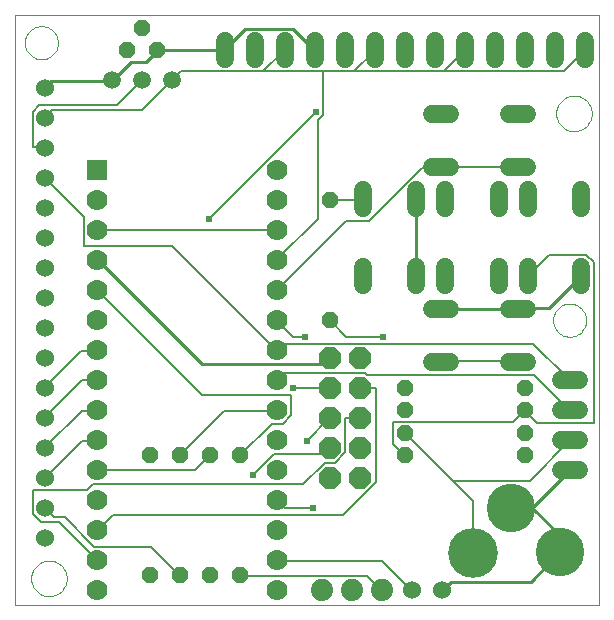
<source format=gbl>
G75*
%MOIN*%
%OFA0B0*%
%FSLAX24Y24*%
%IPPOS*%
%LPD*%
%AMOC8*
5,1,8,0,0,1.08239X$1,22.5*
%
%ADD10C,0.0000*%
%ADD11OC8,0.0520*%
%ADD12C,0.0600*%
%ADD13C,0.0594*%
%ADD14C,0.0594*%
%ADD15C,0.0600*%
%ADD16OC8,0.0740*%
%ADD17C,0.1660*%
%ADD18C,0.1620*%
%ADD19R,0.0700X0.0700*%
%ADD20C,0.0700*%
%ADD21C,0.0740*%
%ADD22C,0.0100*%
%ADD23C,0.0080*%
%ADD24C,0.0240*%
D10*
X000550Y002400D02*
X000550Y022085D01*
X020042Y022085D01*
X020042Y002400D01*
X000550Y002400D01*
X001103Y003294D02*
X001105Y003342D01*
X001111Y003390D01*
X001121Y003437D01*
X001134Y003483D01*
X001152Y003528D01*
X001172Y003572D01*
X001197Y003614D01*
X001225Y003653D01*
X001255Y003690D01*
X001289Y003724D01*
X001326Y003756D01*
X001364Y003785D01*
X001405Y003810D01*
X001448Y003832D01*
X001493Y003850D01*
X001539Y003864D01*
X001586Y003875D01*
X001634Y003882D01*
X001682Y003885D01*
X001730Y003884D01*
X001778Y003879D01*
X001826Y003870D01*
X001872Y003858D01*
X001917Y003841D01*
X001961Y003821D01*
X002003Y003798D01*
X002043Y003771D01*
X002081Y003741D01*
X002116Y003708D01*
X002148Y003672D01*
X002178Y003634D01*
X002204Y003593D01*
X002226Y003550D01*
X002246Y003506D01*
X002261Y003461D01*
X002273Y003414D01*
X002281Y003366D01*
X002285Y003318D01*
X002285Y003270D01*
X002281Y003222D01*
X002273Y003174D01*
X002261Y003127D01*
X002246Y003082D01*
X002226Y003038D01*
X002204Y002995D01*
X002178Y002954D01*
X002148Y002916D01*
X002116Y002880D01*
X002081Y002847D01*
X002043Y002817D01*
X002003Y002790D01*
X001961Y002767D01*
X001917Y002747D01*
X001872Y002730D01*
X001826Y002718D01*
X001778Y002709D01*
X001730Y002704D01*
X001682Y002703D01*
X001634Y002706D01*
X001586Y002713D01*
X001539Y002724D01*
X001493Y002738D01*
X001448Y002756D01*
X001405Y002778D01*
X001364Y002803D01*
X001326Y002832D01*
X001289Y002864D01*
X001255Y002898D01*
X001225Y002935D01*
X001197Y002974D01*
X001172Y003016D01*
X001152Y003060D01*
X001134Y003105D01*
X001121Y003151D01*
X001111Y003198D01*
X001105Y003246D01*
X001103Y003294D01*
X000893Y021150D02*
X000895Y021197D01*
X000901Y021243D01*
X000911Y021289D01*
X000924Y021334D01*
X000942Y021377D01*
X000963Y021419D01*
X000987Y021459D01*
X001015Y021496D01*
X001046Y021531D01*
X001080Y021564D01*
X001116Y021593D01*
X001155Y021619D01*
X001196Y021642D01*
X001239Y021661D01*
X001283Y021677D01*
X001328Y021689D01*
X001374Y021697D01*
X001421Y021701D01*
X001467Y021701D01*
X001514Y021697D01*
X001560Y021689D01*
X001605Y021677D01*
X001649Y021661D01*
X001692Y021642D01*
X001733Y021619D01*
X001772Y021593D01*
X001808Y021564D01*
X001842Y021531D01*
X001873Y021496D01*
X001901Y021459D01*
X001925Y021419D01*
X001946Y021377D01*
X001964Y021334D01*
X001977Y021289D01*
X001987Y021243D01*
X001993Y021197D01*
X001995Y021150D01*
X001993Y021103D01*
X001987Y021057D01*
X001977Y021011D01*
X001964Y020966D01*
X001946Y020923D01*
X001925Y020881D01*
X001901Y020841D01*
X001873Y020804D01*
X001842Y020769D01*
X001808Y020736D01*
X001772Y020707D01*
X001733Y020681D01*
X001692Y020658D01*
X001649Y020639D01*
X001605Y020623D01*
X001560Y020611D01*
X001514Y020603D01*
X001467Y020599D01*
X001421Y020599D01*
X001374Y020603D01*
X001328Y020611D01*
X001283Y020623D01*
X001239Y020639D01*
X001196Y020658D01*
X001155Y020681D01*
X001116Y020707D01*
X001080Y020736D01*
X001046Y020769D01*
X001015Y020804D01*
X000987Y020841D01*
X000963Y020881D01*
X000942Y020923D01*
X000924Y020966D01*
X000911Y021011D01*
X000901Y021057D01*
X000895Y021103D01*
X000893Y021150D01*
X018603Y018794D02*
X018605Y018842D01*
X018611Y018890D01*
X018621Y018937D01*
X018634Y018983D01*
X018652Y019028D01*
X018672Y019072D01*
X018697Y019114D01*
X018725Y019153D01*
X018755Y019190D01*
X018789Y019224D01*
X018826Y019256D01*
X018864Y019285D01*
X018905Y019310D01*
X018948Y019332D01*
X018993Y019350D01*
X019039Y019364D01*
X019086Y019375D01*
X019134Y019382D01*
X019182Y019385D01*
X019230Y019384D01*
X019278Y019379D01*
X019326Y019370D01*
X019372Y019358D01*
X019417Y019341D01*
X019461Y019321D01*
X019503Y019298D01*
X019543Y019271D01*
X019581Y019241D01*
X019616Y019208D01*
X019648Y019172D01*
X019678Y019134D01*
X019704Y019093D01*
X019726Y019050D01*
X019746Y019006D01*
X019761Y018961D01*
X019773Y018914D01*
X019781Y018866D01*
X019785Y018818D01*
X019785Y018770D01*
X019781Y018722D01*
X019773Y018674D01*
X019761Y018627D01*
X019746Y018582D01*
X019726Y018538D01*
X019704Y018495D01*
X019678Y018454D01*
X019648Y018416D01*
X019616Y018380D01*
X019581Y018347D01*
X019543Y018317D01*
X019503Y018290D01*
X019461Y018267D01*
X019417Y018247D01*
X019372Y018230D01*
X019326Y018218D01*
X019278Y018209D01*
X019230Y018204D01*
X019182Y018203D01*
X019134Y018206D01*
X019086Y018213D01*
X019039Y018224D01*
X018993Y018238D01*
X018948Y018256D01*
X018905Y018278D01*
X018864Y018303D01*
X018826Y018332D01*
X018789Y018364D01*
X018755Y018398D01*
X018725Y018435D01*
X018697Y018474D01*
X018672Y018516D01*
X018652Y018560D01*
X018634Y018605D01*
X018621Y018651D01*
X018611Y018698D01*
X018605Y018746D01*
X018603Y018794D01*
X018499Y011900D02*
X018501Y011947D01*
X018507Y011993D01*
X018517Y012039D01*
X018530Y012084D01*
X018548Y012127D01*
X018569Y012169D01*
X018593Y012209D01*
X018621Y012246D01*
X018652Y012281D01*
X018686Y012314D01*
X018722Y012343D01*
X018761Y012369D01*
X018802Y012392D01*
X018845Y012411D01*
X018889Y012427D01*
X018934Y012439D01*
X018980Y012447D01*
X019027Y012451D01*
X019073Y012451D01*
X019120Y012447D01*
X019166Y012439D01*
X019211Y012427D01*
X019255Y012411D01*
X019298Y012392D01*
X019339Y012369D01*
X019378Y012343D01*
X019414Y012314D01*
X019448Y012281D01*
X019479Y012246D01*
X019507Y012209D01*
X019531Y012169D01*
X019552Y012127D01*
X019570Y012084D01*
X019583Y012039D01*
X019593Y011993D01*
X019599Y011947D01*
X019601Y011900D01*
X019599Y011853D01*
X019593Y011807D01*
X019583Y011761D01*
X019570Y011716D01*
X019552Y011673D01*
X019531Y011631D01*
X019507Y011591D01*
X019479Y011554D01*
X019448Y011519D01*
X019414Y011486D01*
X019378Y011457D01*
X019339Y011431D01*
X019298Y011408D01*
X019255Y011389D01*
X019211Y011373D01*
X019166Y011361D01*
X019120Y011353D01*
X019073Y011349D01*
X019027Y011349D01*
X018980Y011353D01*
X018934Y011361D01*
X018889Y011373D01*
X018845Y011389D01*
X018802Y011408D01*
X018761Y011431D01*
X018722Y011457D01*
X018686Y011486D01*
X018652Y011519D01*
X018621Y011554D01*
X018593Y011591D01*
X018569Y011631D01*
X018548Y011673D01*
X018530Y011716D01*
X018517Y011761D01*
X018507Y011807D01*
X018501Y011853D01*
X018499Y011900D01*
D11*
X017550Y009650D03*
X017550Y008900D03*
X017550Y008150D03*
X017550Y007400D03*
X013550Y007400D03*
X013550Y008150D03*
X013550Y008900D03*
X013550Y009650D03*
X011050Y011900D03*
X011050Y015900D03*
X005300Y020900D03*
X004800Y021650D03*
X004300Y020900D03*
X005050Y007400D03*
X006050Y007400D03*
X007050Y007400D03*
X008050Y007400D03*
X008050Y003400D03*
X007050Y003400D03*
X006050Y003400D03*
X005050Y003400D03*
D12*
X001550Y004650D03*
X001550Y005650D03*
X001550Y006650D03*
X001550Y007650D03*
X001550Y008650D03*
X001550Y009650D03*
X001550Y010650D03*
X001550Y011650D03*
X001550Y012650D03*
X001550Y013650D03*
X001550Y014650D03*
X001550Y015650D03*
X001550Y016650D03*
X001550Y017650D03*
X001550Y018650D03*
X001550Y019650D03*
X013800Y002900D03*
X014800Y002900D03*
D13*
X005800Y019900D03*
X004800Y019900D03*
X003800Y019900D03*
D14*
X007550Y020603D02*
X007550Y021197D01*
X008550Y021197D02*
X008550Y020603D01*
X009550Y020603D02*
X009550Y021197D01*
X010550Y021197D02*
X010550Y020603D01*
X011550Y020603D02*
X011550Y021197D01*
X012550Y021197D02*
X012550Y020603D01*
X013550Y020603D02*
X013550Y021197D01*
X014550Y021197D02*
X014550Y020603D01*
X015550Y020603D02*
X015550Y021197D01*
X016550Y021197D02*
X016550Y020603D01*
X017550Y020603D02*
X017550Y021197D01*
X018550Y021197D02*
X018550Y020603D01*
X019550Y020603D02*
X019550Y021197D01*
X019347Y009900D02*
X018753Y009900D01*
X018753Y008900D02*
X019347Y008900D01*
X019347Y007900D02*
X018753Y007900D01*
X018753Y006900D02*
X019347Y006900D01*
D15*
X017630Y010510D02*
X017030Y010510D01*
X017030Y012290D02*
X017630Y012290D01*
X017660Y013070D02*
X017660Y013670D01*
X016690Y013670D02*
X016690Y013070D01*
X015070Y012290D02*
X014470Y012290D01*
X014910Y013070D02*
X014910Y013670D01*
X013940Y013670D02*
X013940Y013070D01*
X012160Y013070D02*
X012160Y013670D01*
X012160Y015630D02*
X012160Y016230D01*
X013940Y016230D02*
X013940Y015630D01*
X014910Y015630D02*
X014910Y016230D01*
X015070Y017010D02*
X014470Y017010D01*
X014470Y018790D02*
X015070Y018790D01*
X017030Y018790D02*
X017630Y018790D01*
X017630Y017010D02*
X017030Y017010D01*
X016690Y016230D02*
X016690Y015630D01*
X017660Y015630D02*
X017660Y016230D01*
X019440Y016230D02*
X019440Y015630D01*
X019440Y013670D02*
X019440Y013070D01*
X015070Y010510D02*
X014470Y010510D01*
D16*
X012050Y010650D03*
X012050Y009650D03*
X012050Y008650D03*
X012050Y007650D03*
X012050Y006650D03*
X011050Y006650D03*
X011050Y007650D03*
X011050Y008650D03*
X011050Y009650D03*
X011050Y010650D03*
D17*
X015836Y004150D03*
D18*
X017087Y005631D03*
X018719Y004160D03*
D19*
X003300Y016900D03*
D20*
X003300Y015900D03*
X003300Y014900D03*
X003300Y013900D03*
X003300Y012900D03*
X003300Y011900D03*
X003300Y010900D03*
X003300Y009900D03*
X003300Y008900D03*
X003300Y007900D03*
X003300Y006900D03*
X003300Y005900D03*
X003300Y004900D03*
X003300Y003900D03*
X003300Y002900D03*
X009300Y002900D03*
X009300Y003900D03*
X009300Y004900D03*
X009300Y005900D03*
X009300Y006900D03*
X009300Y007900D03*
X009300Y008900D03*
X009300Y009900D03*
X009300Y010900D03*
X009300Y011900D03*
X009300Y012900D03*
X009300Y013900D03*
X009300Y014900D03*
X009300Y015900D03*
X009300Y016900D03*
D21*
X010800Y002900D03*
X011800Y002900D03*
X012800Y002900D03*
D22*
X014800Y002900D02*
X014818Y002904D01*
X015101Y003187D01*
X017747Y003187D01*
X018692Y004132D01*
X018719Y004160D01*
X018692Y004195D01*
X018692Y004762D01*
X017841Y005613D01*
X017087Y005631D01*
X017117Y005644D01*
X017810Y005644D01*
X019038Y006872D01*
X019050Y006900D01*
X018377Y012321D02*
X017369Y012321D01*
X017330Y012290D01*
X017306Y012290D01*
X014786Y012290D01*
X014770Y012290D01*
X013940Y013370D02*
X013936Y013392D01*
X013936Y015912D01*
X013940Y015930D01*
X018377Y012321D02*
X019416Y013361D01*
X019440Y013370D01*
X011050Y010650D02*
X011038Y010620D01*
X010849Y010431D01*
X006786Y010431D01*
X003322Y013896D01*
X003300Y013900D01*
X001550Y019650D02*
X001558Y019660D01*
X001778Y019880D01*
X003763Y019880D01*
X003800Y019900D01*
X003826Y019912D01*
X004424Y020510D01*
X004928Y020510D01*
X005274Y020857D01*
X005300Y020900D01*
X005306Y020920D01*
X007542Y020920D01*
X007550Y020900D01*
X007574Y020951D01*
X008235Y021613D01*
X009841Y021613D01*
X010534Y020920D01*
X010550Y020900D01*
D23*
X010818Y020195D02*
X010818Y018746D01*
X010692Y018620D01*
X010660Y018620D01*
X010660Y015282D01*
X009306Y013928D01*
X009300Y013900D01*
X009306Y012920D02*
X009300Y012900D01*
X009306Y012920D02*
X011605Y015219D01*
X012361Y015219D01*
X014125Y016983D01*
X014755Y016983D01*
X014770Y017010D01*
X014786Y017014D01*
X017306Y017014D01*
X017330Y017010D01*
X018377Y014085D02*
X019605Y014085D01*
X019857Y013833D01*
X019857Y008479D01*
X017967Y008479D01*
X017558Y008888D01*
X017550Y008900D01*
X017526Y008888D01*
X017148Y008510D01*
X013148Y008510D01*
X013148Y007786D01*
X013526Y007408D01*
X013550Y007400D01*
X013558Y008132D02*
X013550Y008150D01*
X013558Y008132D02*
X015148Y006542D01*
X015164Y006557D01*
X017715Y006557D01*
X019038Y007880D01*
X019050Y007900D01*
X019050Y008900D02*
X019038Y008920D01*
X017873Y010085D01*
X012298Y010085D01*
X012235Y010148D01*
X009526Y010148D01*
X009306Y009928D01*
X009300Y009900D01*
X009841Y009644D02*
X011038Y009644D01*
X011050Y009650D01*
X011050Y008650D02*
X011038Y008636D01*
X010282Y007880D01*
X010849Y007439D02*
X011038Y007628D01*
X011050Y007650D01*
X010849Y007439D02*
X009180Y007439D01*
X008487Y006746D01*
X008078Y007408D02*
X008050Y007400D01*
X008078Y007408D02*
X009117Y008447D01*
X009495Y008447D01*
X009778Y008731D01*
X009778Y009424D01*
X006786Y009424D01*
X003322Y012888D01*
X003300Y012900D01*
X002849Y014369D02*
X005810Y014369D01*
X009274Y010904D01*
X009300Y010900D01*
X009306Y010904D01*
X009526Y011124D01*
X017841Y011124D01*
X019038Y009928D01*
X019050Y009900D01*
X017330Y010510D02*
X017306Y010526D01*
X014786Y010526D01*
X014770Y010510D01*
X012833Y011345D02*
X011605Y011345D01*
X011050Y011900D01*
X010219Y011345D02*
X009841Y011345D01*
X009306Y011880D01*
X009300Y011900D01*
X012050Y009650D02*
X012078Y009644D01*
X012581Y009644D01*
X012581Y006494D01*
X011511Y005424D01*
X003826Y005424D01*
X003322Y004920D01*
X003300Y004900D01*
X003196Y004353D02*
X005085Y004353D01*
X006030Y003408D01*
X006050Y003400D01*
X008050Y003400D02*
X008078Y003376D01*
X012298Y003376D01*
X012770Y002904D01*
X012800Y002900D01*
X013778Y002904D02*
X012802Y003880D01*
X009306Y003880D01*
X009300Y003900D01*
X009558Y005644D02*
X010503Y005644D01*
X010156Y006431D02*
X010881Y007156D01*
X011227Y007156D01*
X011574Y007502D01*
X011574Y008636D01*
X012046Y008636D01*
X012050Y008650D01*
X010156Y006431D02*
X003164Y006431D01*
X002975Y006243D01*
X001148Y006243D01*
X001148Y005455D01*
X001432Y005172D01*
X002030Y005172D01*
X003290Y003912D01*
X003300Y003900D01*
X003196Y004353D02*
X002219Y005329D01*
X001873Y005329D01*
X001558Y005644D01*
X001550Y005650D01*
X001550Y006650D02*
X001558Y006652D01*
X002786Y007880D01*
X003290Y007880D01*
X003300Y007900D01*
X003290Y008888D02*
X002786Y008888D01*
X001558Y007660D01*
X001550Y007650D01*
X001550Y008650D02*
X001558Y008668D01*
X002786Y009896D01*
X003290Y009896D01*
X003300Y009900D01*
X003300Y008900D02*
X003290Y008888D01*
X001550Y009650D02*
X001558Y009676D01*
X002755Y010872D01*
X003290Y010872D01*
X003300Y010900D01*
X002849Y014369D02*
X002849Y015345D01*
X001558Y016636D01*
X001550Y016650D01*
X001550Y017650D02*
X001526Y017676D01*
X001148Y017676D01*
X001148Y018841D01*
X001369Y019061D01*
X003952Y019061D01*
X004770Y019880D01*
X004800Y019900D01*
X005778Y019880D02*
X004802Y018904D01*
X001810Y018904D01*
X001558Y018652D01*
X001550Y018650D01*
X003300Y014900D02*
X003322Y014904D01*
X009274Y014904D01*
X009300Y014900D01*
X011050Y015900D02*
X011070Y015912D01*
X012141Y015912D01*
X012160Y015930D01*
X010597Y018841D02*
X007038Y015282D01*
X005778Y019880D02*
X005800Y019900D01*
X005810Y019912D01*
X006093Y020195D01*
X008833Y020195D01*
X010818Y020195D01*
X011857Y020195D01*
X011873Y020211D01*
X011889Y020195D01*
X014849Y020195D01*
X014865Y020211D01*
X014881Y020195D01*
X018849Y020195D01*
X019542Y020888D01*
X019550Y020900D01*
X015550Y020900D02*
X015542Y020888D01*
X014865Y020211D01*
X012550Y020888D02*
X012550Y020900D01*
X012550Y020888D02*
X011873Y020211D01*
X009550Y020900D02*
X009526Y020888D01*
X008833Y020195D01*
X017660Y013370D02*
X017684Y013392D01*
X018377Y014085D01*
X015148Y006542D02*
X015826Y005865D01*
X015826Y004164D01*
X015836Y004150D01*
X013800Y002900D02*
X013778Y002904D01*
X009558Y005644D02*
X009306Y005896D01*
X009300Y005900D01*
X007038Y007376D02*
X007050Y007400D01*
X007038Y007376D02*
X006566Y006904D01*
X003322Y006904D01*
X003300Y006900D01*
X006050Y007400D02*
X006062Y007408D01*
X007542Y008888D01*
X009274Y008888D01*
X009300Y008900D01*
D24*
X009841Y009644D03*
X010282Y007880D03*
X008487Y006746D03*
X010503Y005644D03*
X010219Y011345D03*
X012833Y011345D03*
X007038Y015282D03*
X010597Y018841D03*
M02*

</source>
